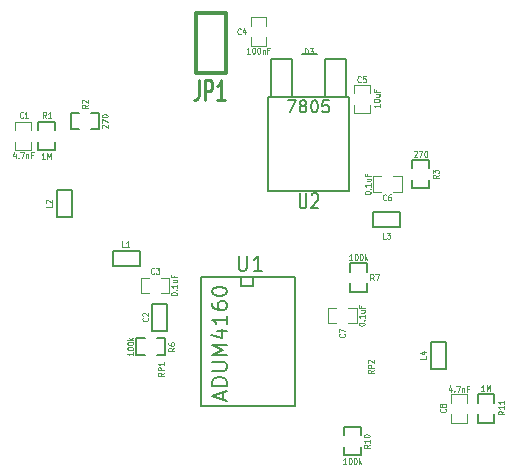
<source format=gto>
%FSLAX34Y34*%
G04 Gerber Fmt 3.4, Leading zero omitted, Abs format*
G04 (created by PCBNEW (2013-11-28 BZR 4510)-product) date Thu 15 May 2014 02:09:21 PM EDT*
%MOIN*%
G01*
G70*
G90*
G04 APERTURE LIST*
%ADD10C,0.005906*%
%ADD11C,0.005000*%
%ADD12C,0.008000*%
%ADD13C,0.004700*%
%ADD14C,0.012000*%
%ADD15C,0.004500*%
%ADD16C,0.010700*%
G04 APERTURE END LIST*
G54D10*
G54D11*
X78060Y-38060D02*
X78560Y-38060D01*
G54D12*
X74700Y-45500D02*
X77850Y-45500D01*
X77850Y-49800D02*
X74700Y-49800D01*
X77850Y-45500D02*
X77850Y-49800D01*
X74700Y-49800D02*
X74700Y-45500D01*
X76450Y-45500D02*
X76450Y-45800D01*
X76450Y-45800D02*
X76050Y-45800D01*
X76050Y-45800D02*
X76050Y-45500D01*
G54D11*
X77750Y-39480D02*
X77750Y-38230D01*
X77750Y-38230D02*
X77050Y-38230D01*
X77050Y-38230D02*
X77050Y-39480D01*
X79550Y-39480D02*
X79550Y-38230D01*
X79550Y-38230D02*
X78850Y-38230D01*
X78850Y-38230D02*
X78850Y-39480D01*
X76950Y-41880D02*
X76950Y-39480D01*
X76950Y-39480D02*
X79650Y-39480D01*
X79650Y-39480D02*
X79650Y-42580D01*
X79650Y-42630D02*
X76950Y-42630D01*
X76950Y-42580D02*
X76950Y-41880D01*
G54D13*
X69036Y-40603D02*
X69036Y-40328D01*
X69036Y-40997D02*
X69036Y-41272D01*
X68524Y-40603D02*
X68524Y-40328D01*
X68524Y-41272D02*
X68524Y-40997D01*
X68530Y-40328D02*
X69030Y-40328D01*
X69030Y-41272D02*
X68530Y-41272D01*
G54D11*
X73090Y-47300D02*
X73090Y-46400D01*
X73090Y-46400D02*
X73590Y-46400D01*
X73590Y-46400D02*
X73590Y-47300D01*
X73590Y-47300D02*
X73090Y-47300D01*
G54D13*
X72973Y-45514D02*
X72698Y-45514D01*
X73367Y-45514D02*
X73642Y-45514D01*
X72973Y-46026D02*
X72698Y-46026D01*
X73642Y-46026D02*
X73367Y-46026D01*
X72698Y-46020D02*
X72698Y-45520D01*
X73642Y-45520D02*
X73642Y-46020D01*
X76876Y-37113D02*
X76876Y-36838D01*
X76876Y-37507D02*
X76876Y-37782D01*
X76364Y-37113D02*
X76364Y-36838D01*
X76364Y-37782D02*
X76364Y-37507D01*
X76370Y-36838D02*
X76870Y-36838D01*
X76870Y-37782D02*
X76370Y-37782D01*
X80326Y-39373D02*
X80326Y-39098D01*
X80326Y-39767D02*
X80326Y-40042D01*
X79814Y-39373D02*
X79814Y-39098D01*
X79814Y-40042D02*
X79814Y-39767D01*
X79820Y-39098D02*
X80320Y-39098D01*
X80320Y-40042D02*
X79820Y-40042D01*
X81117Y-42656D02*
X81392Y-42656D01*
X80723Y-42656D02*
X80448Y-42656D01*
X81117Y-42144D02*
X81392Y-42144D01*
X80448Y-42144D02*
X80723Y-42144D01*
X81392Y-42150D02*
X81392Y-42650D01*
X80448Y-42650D02*
X80448Y-42150D01*
X79223Y-46524D02*
X78948Y-46524D01*
X79617Y-46524D02*
X79892Y-46524D01*
X79223Y-47036D02*
X78948Y-47036D01*
X79892Y-47036D02*
X79617Y-47036D01*
X78948Y-47030D02*
X78948Y-46530D01*
X79892Y-46530D02*
X79892Y-47030D01*
X83054Y-50077D02*
X83054Y-50352D01*
X83054Y-49683D02*
X83054Y-49408D01*
X83566Y-50077D02*
X83566Y-50352D01*
X83566Y-49408D02*
X83566Y-49683D01*
X83560Y-50352D02*
X83060Y-50352D01*
X83060Y-49408D02*
X83560Y-49408D01*
G54D11*
X72660Y-45120D02*
X71760Y-45120D01*
X71760Y-45120D02*
X71760Y-44620D01*
X71760Y-44620D02*
X72660Y-44620D01*
X72660Y-44620D02*
X72660Y-45120D01*
X69910Y-43500D02*
X69910Y-42600D01*
X69910Y-42600D02*
X70410Y-42600D01*
X70410Y-42600D02*
X70410Y-43500D01*
X70410Y-43500D02*
X69910Y-43500D01*
X80450Y-43325D02*
X81350Y-43325D01*
X81350Y-43325D02*
X81350Y-43825D01*
X81350Y-43825D02*
X80450Y-43825D01*
X80450Y-43825D02*
X80450Y-43325D01*
X82860Y-47650D02*
X82860Y-48550D01*
X82860Y-48550D02*
X82360Y-48550D01*
X82360Y-48550D02*
X82360Y-47650D01*
X82360Y-47650D02*
X82860Y-47650D01*
X69275Y-40997D02*
X69275Y-41275D01*
X69275Y-41275D02*
X69825Y-41275D01*
X69825Y-41275D02*
X69825Y-40997D01*
X69275Y-40325D02*
X69275Y-40603D01*
X69275Y-40325D02*
X69825Y-40325D01*
X69825Y-40325D02*
X69825Y-40603D01*
X71037Y-40575D02*
X71315Y-40575D01*
X71315Y-40575D02*
X71315Y-40025D01*
X71315Y-40025D02*
X71037Y-40025D01*
X70365Y-40575D02*
X70643Y-40575D01*
X70365Y-40575D02*
X70365Y-40025D01*
X70365Y-40025D02*
X70643Y-40025D01*
X82305Y-41873D02*
X82305Y-41595D01*
X82305Y-41595D02*
X81755Y-41595D01*
X81755Y-41595D02*
X81755Y-41873D01*
X82305Y-42545D02*
X82305Y-42267D01*
X82305Y-42545D02*
X81755Y-42545D01*
X81755Y-42545D02*
X81755Y-42267D01*
X72833Y-47535D02*
X72555Y-47535D01*
X72555Y-47535D02*
X72555Y-48085D01*
X72555Y-48085D02*
X72833Y-48085D01*
X73505Y-47535D02*
X73227Y-47535D01*
X73505Y-47535D02*
X73505Y-48085D01*
X73505Y-48085D02*
X73227Y-48085D01*
X80225Y-45313D02*
X80225Y-45035D01*
X80225Y-45035D02*
X79675Y-45035D01*
X79675Y-45035D02*
X79675Y-45313D01*
X80225Y-45985D02*
X80225Y-45707D01*
X80225Y-45985D02*
X79675Y-45985D01*
X79675Y-45985D02*
X79675Y-45707D01*
X79475Y-51167D02*
X79475Y-51445D01*
X79475Y-51445D02*
X80025Y-51445D01*
X80025Y-51445D02*
X80025Y-51167D01*
X79475Y-50495D02*
X79475Y-50773D01*
X79475Y-50495D02*
X80025Y-50495D01*
X80025Y-50495D02*
X80025Y-50773D01*
X84475Y-49683D02*
X84475Y-49405D01*
X84475Y-49405D02*
X83925Y-49405D01*
X83925Y-49405D02*
X83925Y-49683D01*
X84475Y-50355D02*
X84475Y-50077D01*
X84475Y-50355D02*
X83925Y-50355D01*
X83925Y-50355D02*
X83925Y-50077D01*
G54D14*
X74542Y-36710D02*
X75542Y-36710D01*
X75542Y-36710D02*
X75542Y-38710D01*
X75542Y-38710D02*
X74542Y-38710D01*
X74542Y-38710D02*
X74542Y-36710D01*
G54D15*
X78167Y-38070D02*
X78167Y-37870D01*
X78210Y-37870D01*
X78235Y-37880D01*
X78252Y-37899D01*
X78261Y-37918D01*
X78270Y-37956D01*
X78270Y-37984D01*
X78261Y-38022D01*
X78252Y-38041D01*
X78235Y-38060D01*
X78210Y-38070D01*
X78167Y-38070D01*
X78330Y-37870D02*
X78441Y-37870D01*
X78381Y-37946D01*
X78407Y-37946D01*
X78424Y-37956D01*
X78432Y-37965D01*
X78441Y-37984D01*
X78441Y-38032D01*
X78432Y-38051D01*
X78424Y-38060D01*
X78407Y-38070D01*
X78355Y-38070D01*
X78338Y-38060D01*
X78330Y-38051D01*
G54D11*
X75959Y-44786D02*
X75959Y-45190D01*
X75982Y-45238D01*
X76006Y-45262D01*
X76054Y-45286D01*
X76149Y-45286D01*
X76197Y-45262D01*
X76220Y-45238D01*
X76244Y-45190D01*
X76244Y-44786D01*
X76744Y-45286D02*
X76459Y-45286D01*
X76601Y-45286D02*
X76601Y-44786D01*
X76554Y-44857D01*
X76506Y-44905D01*
X76459Y-44929D01*
X75433Y-49569D02*
X75433Y-49330D01*
X75576Y-49616D02*
X75076Y-49450D01*
X75576Y-49283D01*
X75576Y-49116D02*
X75076Y-49116D01*
X75076Y-48997D01*
X75100Y-48926D01*
X75147Y-48878D01*
X75195Y-48854D01*
X75290Y-48830D01*
X75361Y-48830D01*
X75457Y-48854D01*
X75504Y-48878D01*
X75552Y-48926D01*
X75576Y-48997D01*
X75576Y-49116D01*
X75076Y-48616D02*
X75480Y-48616D01*
X75528Y-48592D01*
X75552Y-48569D01*
X75576Y-48521D01*
X75576Y-48426D01*
X75552Y-48378D01*
X75528Y-48354D01*
X75480Y-48330D01*
X75076Y-48330D01*
X75576Y-48092D02*
X75076Y-48092D01*
X75433Y-47926D01*
X75076Y-47759D01*
X75576Y-47759D01*
X75242Y-47307D02*
X75576Y-47307D01*
X75052Y-47426D02*
X75409Y-47545D01*
X75409Y-47235D01*
X75576Y-46783D02*
X75576Y-47069D01*
X75576Y-46926D02*
X75076Y-46926D01*
X75147Y-46973D01*
X75195Y-47021D01*
X75219Y-47069D01*
X75076Y-46354D02*
X75076Y-46450D01*
X75100Y-46497D01*
X75123Y-46521D01*
X75195Y-46569D01*
X75290Y-46592D01*
X75480Y-46592D01*
X75528Y-46569D01*
X75552Y-46545D01*
X75576Y-46497D01*
X75576Y-46402D01*
X75552Y-46354D01*
X75528Y-46330D01*
X75480Y-46307D01*
X75361Y-46307D01*
X75314Y-46330D01*
X75290Y-46354D01*
X75266Y-46402D01*
X75266Y-46497D01*
X75290Y-46545D01*
X75314Y-46569D01*
X75361Y-46592D01*
X75076Y-45997D02*
X75076Y-45950D01*
X75100Y-45902D01*
X75123Y-45878D01*
X75171Y-45854D01*
X75266Y-45830D01*
X75385Y-45830D01*
X75480Y-45854D01*
X75528Y-45878D01*
X75552Y-45902D01*
X75576Y-45950D01*
X75576Y-45997D01*
X75552Y-46045D01*
X75528Y-46069D01*
X75480Y-46092D01*
X75385Y-46116D01*
X75266Y-46116D01*
X75171Y-46092D01*
X75123Y-46069D01*
X75100Y-46045D01*
X75076Y-45997D01*
G54D12*
X77995Y-42706D02*
X77995Y-43110D01*
X78014Y-43158D01*
X78033Y-43182D01*
X78071Y-43206D01*
X78147Y-43206D01*
X78185Y-43182D01*
X78204Y-43158D01*
X78223Y-43110D01*
X78223Y-42706D01*
X78395Y-42753D02*
X78414Y-42730D01*
X78452Y-42706D01*
X78547Y-42706D01*
X78585Y-42730D01*
X78604Y-42753D01*
X78623Y-42801D01*
X78623Y-42849D01*
X78604Y-42920D01*
X78376Y-43206D01*
X78623Y-43206D01*
X77595Y-39610D02*
X77861Y-39610D01*
X77690Y-40010D01*
X78071Y-39782D02*
X78033Y-39763D01*
X78014Y-39744D01*
X77995Y-39706D01*
X77995Y-39687D01*
X78014Y-39649D01*
X78033Y-39630D01*
X78071Y-39610D01*
X78147Y-39610D01*
X78185Y-39630D01*
X78204Y-39649D01*
X78223Y-39687D01*
X78223Y-39706D01*
X78204Y-39744D01*
X78185Y-39763D01*
X78147Y-39782D01*
X78071Y-39782D01*
X78033Y-39801D01*
X78014Y-39820D01*
X77995Y-39858D01*
X77995Y-39934D01*
X78014Y-39972D01*
X78033Y-39991D01*
X78071Y-40010D01*
X78147Y-40010D01*
X78185Y-39991D01*
X78204Y-39972D01*
X78223Y-39934D01*
X78223Y-39858D01*
X78204Y-39820D01*
X78185Y-39801D01*
X78147Y-39782D01*
X78471Y-39610D02*
X78509Y-39610D01*
X78547Y-39630D01*
X78566Y-39649D01*
X78585Y-39687D01*
X78604Y-39763D01*
X78604Y-39858D01*
X78585Y-39934D01*
X78566Y-39972D01*
X78547Y-39991D01*
X78509Y-40010D01*
X78471Y-40010D01*
X78433Y-39991D01*
X78414Y-39972D01*
X78395Y-39934D01*
X78376Y-39858D01*
X78376Y-39763D01*
X78395Y-39687D01*
X78414Y-39649D01*
X78433Y-39630D01*
X78471Y-39610D01*
X78966Y-39610D02*
X78776Y-39610D01*
X78757Y-39801D01*
X78776Y-39782D01*
X78814Y-39763D01*
X78909Y-39763D01*
X78947Y-39782D01*
X78966Y-39801D01*
X78985Y-39839D01*
X78985Y-39934D01*
X78966Y-39972D01*
X78947Y-39991D01*
X78909Y-40010D01*
X78814Y-40010D01*
X78776Y-39991D01*
X78757Y-39972D01*
G54D15*
X73470Y-48690D02*
X73375Y-48750D01*
X73470Y-48792D02*
X73270Y-48792D01*
X73270Y-48724D01*
X73280Y-48707D01*
X73289Y-48698D01*
X73308Y-48690D01*
X73337Y-48690D01*
X73356Y-48698D01*
X73365Y-48707D01*
X73375Y-48724D01*
X73375Y-48792D01*
X73470Y-48612D02*
X73270Y-48612D01*
X73270Y-48544D01*
X73280Y-48527D01*
X73289Y-48518D01*
X73308Y-48510D01*
X73337Y-48510D01*
X73356Y-48518D01*
X73365Y-48527D01*
X73375Y-48544D01*
X73375Y-48612D01*
X73470Y-48338D02*
X73470Y-48441D01*
X73470Y-48390D02*
X73270Y-48390D01*
X73299Y-48407D01*
X73318Y-48424D01*
X73327Y-48441D01*
X80470Y-48600D02*
X80375Y-48660D01*
X80470Y-48702D02*
X80270Y-48702D01*
X80270Y-48634D01*
X80280Y-48617D01*
X80289Y-48608D01*
X80308Y-48600D01*
X80337Y-48600D01*
X80356Y-48608D01*
X80365Y-48617D01*
X80375Y-48634D01*
X80375Y-48702D01*
X80470Y-48522D02*
X80270Y-48522D01*
X80270Y-48454D01*
X80280Y-48437D01*
X80289Y-48428D01*
X80308Y-48420D01*
X80337Y-48420D01*
X80356Y-48428D01*
X80365Y-48437D01*
X80375Y-48454D01*
X80375Y-48522D01*
X80289Y-48351D02*
X80280Y-48342D01*
X80270Y-48325D01*
X80270Y-48282D01*
X80280Y-48265D01*
X80289Y-48257D01*
X80308Y-48248D01*
X80327Y-48248D01*
X80356Y-48257D01*
X80470Y-48360D01*
X80470Y-48248D01*
X68770Y-40171D02*
X68761Y-40180D01*
X68735Y-40190D01*
X68718Y-40190D01*
X68692Y-40180D01*
X68675Y-40161D01*
X68667Y-40142D01*
X68658Y-40104D01*
X68658Y-40076D01*
X68667Y-40038D01*
X68675Y-40019D01*
X68692Y-40000D01*
X68718Y-39990D01*
X68735Y-39990D01*
X68761Y-40000D01*
X68770Y-40009D01*
X68941Y-40190D02*
X68838Y-40190D01*
X68890Y-40190D02*
X68890Y-39990D01*
X68872Y-40019D01*
X68855Y-40038D01*
X68838Y-40047D01*
X68527Y-41407D02*
X68527Y-41540D01*
X68484Y-41330D02*
X68441Y-41473D01*
X68552Y-41473D01*
X68621Y-41521D02*
X68630Y-41530D01*
X68621Y-41540D01*
X68612Y-41530D01*
X68621Y-41521D01*
X68621Y-41540D01*
X68690Y-41340D02*
X68810Y-41340D01*
X68732Y-41540D01*
X68878Y-41407D02*
X68878Y-41540D01*
X68878Y-41426D02*
X68887Y-41416D01*
X68904Y-41407D01*
X68930Y-41407D01*
X68947Y-41416D01*
X68955Y-41435D01*
X68955Y-41540D01*
X69101Y-41435D02*
X69041Y-41435D01*
X69041Y-41540D02*
X69041Y-41340D01*
X69127Y-41340D01*
X72931Y-46860D02*
X72940Y-46868D01*
X72950Y-46894D01*
X72950Y-46911D01*
X72940Y-46937D01*
X72921Y-46954D01*
X72902Y-46962D01*
X72864Y-46971D01*
X72836Y-46971D01*
X72798Y-46962D01*
X72779Y-46954D01*
X72760Y-46937D01*
X72750Y-46911D01*
X72750Y-46894D01*
X72760Y-46868D01*
X72769Y-46860D01*
X72769Y-46791D02*
X72760Y-46782D01*
X72750Y-46765D01*
X72750Y-46722D01*
X72760Y-46705D01*
X72769Y-46697D01*
X72788Y-46688D01*
X72807Y-46688D01*
X72836Y-46697D01*
X72950Y-46800D01*
X72950Y-46688D01*
X73150Y-45371D02*
X73141Y-45380D01*
X73115Y-45390D01*
X73098Y-45390D01*
X73072Y-45380D01*
X73055Y-45361D01*
X73047Y-45342D01*
X73038Y-45304D01*
X73038Y-45276D01*
X73047Y-45238D01*
X73055Y-45219D01*
X73072Y-45200D01*
X73098Y-45190D01*
X73115Y-45190D01*
X73141Y-45200D01*
X73150Y-45209D01*
X73210Y-45190D02*
X73321Y-45190D01*
X73261Y-45266D01*
X73287Y-45266D01*
X73304Y-45276D01*
X73312Y-45285D01*
X73321Y-45304D01*
X73321Y-45352D01*
X73312Y-45371D01*
X73304Y-45380D01*
X73287Y-45390D01*
X73235Y-45390D01*
X73218Y-45380D01*
X73210Y-45371D01*
X73710Y-46065D02*
X73710Y-46048D01*
X73720Y-46031D01*
X73729Y-46022D01*
X73748Y-46014D01*
X73786Y-46005D01*
X73834Y-46005D01*
X73872Y-46014D01*
X73891Y-46022D01*
X73900Y-46031D01*
X73910Y-46048D01*
X73910Y-46065D01*
X73900Y-46082D01*
X73891Y-46091D01*
X73872Y-46100D01*
X73834Y-46108D01*
X73786Y-46108D01*
X73748Y-46100D01*
X73729Y-46091D01*
X73720Y-46082D01*
X73710Y-46065D01*
X73891Y-45928D02*
X73900Y-45919D01*
X73910Y-45928D01*
X73900Y-45937D01*
X73891Y-45928D01*
X73910Y-45928D01*
X73910Y-45748D02*
X73910Y-45851D01*
X73910Y-45800D02*
X73710Y-45800D01*
X73739Y-45817D01*
X73758Y-45834D01*
X73767Y-45851D01*
X73777Y-45594D02*
X73910Y-45594D01*
X73777Y-45671D02*
X73881Y-45671D01*
X73900Y-45662D01*
X73910Y-45645D01*
X73910Y-45619D01*
X73900Y-45602D01*
X73891Y-45594D01*
X73805Y-45448D02*
X73805Y-45508D01*
X73910Y-45508D02*
X73710Y-45508D01*
X73710Y-45422D01*
X76030Y-37391D02*
X76021Y-37400D01*
X75995Y-37410D01*
X75978Y-37410D01*
X75952Y-37400D01*
X75935Y-37381D01*
X75927Y-37362D01*
X75918Y-37324D01*
X75918Y-37296D01*
X75927Y-37258D01*
X75935Y-37239D01*
X75952Y-37220D01*
X75978Y-37210D01*
X75995Y-37210D01*
X76021Y-37220D01*
X76030Y-37229D01*
X76184Y-37277D02*
X76184Y-37410D01*
X76141Y-37200D02*
X76098Y-37343D01*
X76210Y-37343D01*
X76341Y-38050D02*
X76238Y-38050D01*
X76289Y-38050D02*
X76289Y-37850D01*
X76272Y-37879D01*
X76255Y-37898D01*
X76238Y-37907D01*
X76452Y-37850D02*
X76470Y-37850D01*
X76487Y-37860D01*
X76495Y-37869D01*
X76504Y-37888D01*
X76512Y-37926D01*
X76512Y-37974D01*
X76504Y-38012D01*
X76495Y-38031D01*
X76487Y-38040D01*
X76470Y-38050D01*
X76452Y-38050D01*
X76435Y-38040D01*
X76427Y-38031D01*
X76418Y-38012D01*
X76410Y-37974D01*
X76410Y-37926D01*
X76418Y-37888D01*
X76427Y-37869D01*
X76435Y-37860D01*
X76452Y-37850D01*
X76624Y-37850D02*
X76641Y-37850D01*
X76658Y-37860D01*
X76667Y-37869D01*
X76675Y-37888D01*
X76684Y-37926D01*
X76684Y-37974D01*
X76675Y-38012D01*
X76667Y-38031D01*
X76658Y-38040D01*
X76641Y-38050D01*
X76624Y-38050D01*
X76607Y-38040D01*
X76598Y-38031D01*
X76590Y-38012D01*
X76581Y-37974D01*
X76581Y-37926D01*
X76590Y-37888D01*
X76598Y-37869D01*
X76607Y-37860D01*
X76624Y-37850D01*
X76761Y-37917D02*
X76761Y-38050D01*
X76761Y-37936D02*
X76770Y-37926D01*
X76787Y-37917D01*
X76812Y-37917D01*
X76830Y-37926D01*
X76838Y-37945D01*
X76838Y-38050D01*
X76984Y-37945D02*
X76924Y-37945D01*
X76924Y-38050D02*
X76924Y-37850D01*
X77010Y-37850D01*
X80030Y-38981D02*
X80021Y-38990D01*
X79995Y-39000D01*
X79978Y-39000D01*
X79952Y-38990D01*
X79935Y-38971D01*
X79927Y-38952D01*
X79918Y-38914D01*
X79918Y-38886D01*
X79927Y-38848D01*
X79935Y-38829D01*
X79952Y-38810D01*
X79978Y-38800D01*
X79995Y-38800D01*
X80021Y-38810D01*
X80030Y-38819D01*
X80192Y-38800D02*
X80107Y-38800D01*
X80098Y-38895D01*
X80107Y-38886D01*
X80124Y-38876D01*
X80167Y-38876D01*
X80184Y-38886D01*
X80192Y-38895D01*
X80201Y-38914D01*
X80201Y-38962D01*
X80192Y-38981D01*
X80184Y-38990D01*
X80167Y-39000D01*
X80124Y-39000D01*
X80107Y-38990D01*
X80098Y-38981D01*
X80660Y-39732D02*
X80660Y-39835D01*
X80660Y-39784D02*
X80460Y-39784D01*
X80489Y-39801D01*
X80508Y-39818D01*
X80517Y-39835D01*
X80460Y-39621D02*
X80460Y-39604D01*
X80470Y-39587D01*
X80479Y-39578D01*
X80498Y-39570D01*
X80536Y-39561D01*
X80584Y-39561D01*
X80622Y-39570D01*
X80641Y-39578D01*
X80650Y-39587D01*
X80660Y-39604D01*
X80660Y-39621D01*
X80650Y-39638D01*
X80641Y-39647D01*
X80622Y-39655D01*
X80584Y-39664D01*
X80536Y-39664D01*
X80498Y-39655D01*
X80479Y-39647D01*
X80470Y-39638D01*
X80460Y-39621D01*
X80527Y-39407D02*
X80660Y-39407D01*
X80527Y-39484D02*
X80631Y-39484D01*
X80650Y-39475D01*
X80660Y-39458D01*
X80660Y-39432D01*
X80650Y-39415D01*
X80641Y-39407D01*
X80555Y-39261D02*
X80555Y-39321D01*
X80660Y-39321D02*
X80460Y-39321D01*
X80460Y-39235D01*
X80880Y-42921D02*
X80871Y-42930D01*
X80845Y-42940D01*
X80828Y-42940D01*
X80802Y-42930D01*
X80785Y-42911D01*
X80777Y-42892D01*
X80768Y-42854D01*
X80768Y-42826D01*
X80777Y-42788D01*
X80785Y-42769D01*
X80802Y-42750D01*
X80828Y-42740D01*
X80845Y-42740D01*
X80871Y-42750D01*
X80880Y-42759D01*
X81034Y-42740D02*
X81000Y-42740D01*
X80982Y-42750D01*
X80974Y-42759D01*
X80957Y-42788D01*
X80948Y-42826D01*
X80948Y-42902D01*
X80957Y-42921D01*
X80965Y-42930D01*
X80982Y-42940D01*
X81017Y-42940D01*
X81034Y-42930D01*
X81042Y-42921D01*
X81051Y-42902D01*
X81051Y-42854D01*
X81042Y-42835D01*
X81034Y-42826D01*
X81017Y-42816D01*
X80982Y-42816D01*
X80965Y-42826D01*
X80957Y-42835D01*
X80948Y-42854D01*
X80160Y-42695D02*
X80160Y-42678D01*
X80170Y-42661D01*
X80179Y-42652D01*
X80198Y-42644D01*
X80236Y-42635D01*
X80284Y-42635D01*
X80322Y-42644D01*
X80341Y-42652D01*
X80350Y-42661D01*
X80360Y-42678D01*
X80360Y-42695D01*
X80350Y-42712D01*
X80341Y-42721D01*
X80322Y-42730D01*
X80284Y-42738D01*
X80236Y-42738D01*
X80198Y-42730D01*
X80179Y-42721D01*
X80170Y-42712D01*
X80160Y-42695D01*
X80341Y-42558D02*
X80350Y-42549D01*
X80360Y-42558D01*
X80350Y-42567D01*
X80341Y-42558D01*
X80360Y-42558D01*
X80360Y-42378D02*
X80360Y-42481D01*
X80360Y-42430D02*
X80160Y-42430D01*
X80189Y-42447D01*
X80208Y-42464D01*
X80217Y-42481D01*
X80227Y-42224D02*
X80360Y-42224D01*
X80227Y-42301D02*
X80331Y-42301D01*
X80350Y-42292D01*
X80360Y-42275D01*
X80360Y-42249D01*
X80350Y-42232D01*
X80341Y-42224D01*
X80255Y-42078D02*
X80255Y-42138D01*
X80360Y-42138D02*
X80160Y-42138D01*
X80160Y-42052D01*
X79491Y-47400D02*
X79500Y-47408D01*
X79510Y-47434D01*
X79510Y-47451D01*
X79500Y-47477D01*
X79481Y-47494D01*
X79462Y-47502D01*
X79424Y-47511D01*
X79396Y-47511D01*
X79358Y-47502D01*
X79339Y-47494D01*
X79320Y-47477D01*
X79310Y-47451D01*
X79310Y-47434D01*
X79320Y-47408D01*
X79329Y-47400D01*
X79310Y-47340D02*
X79310Y-47220D01*
X79510Y-47297D01*
X79960Y-47075D02*
X79960Y-47058D01*
X79970Y-47041D01*
X79979Y-47032D01*
X79998Y-47024D01*
X80036Y-47015D01*
X80084Y-47015D01*
X80122Y-47024D01*
X80141Y-47032D01*
X80150Y-47041D01*
X80160Y-47058D01*
X80160Y-47075D01*
X80150Y-47092D01*
X80141Y-47101D01*
X80122Y-47110D01*
X80084Y-47118D01*
X80036Y-47118D01*
X79998Y-47110D01*
X79979Y-47101D01*
X79970Y-47092D01*
X79960Y-47075D01*
X80141Y-46938D02*
X80150Y-46929D01*
X80160Y-46938D01*
X80150Y-46947D01*
X80141Y-46938D01*
X80160Y-46938D01*
X80160Y-46758D02*
X80160Y-46861D01*
X80160Y-46810D02*
X79960Y-46810D01*
X79989Y-46827D01*
X80008Y-46844D01*
X80017Y-46861D01*
X80027Y-46604D02*
X80160Y-46604D01*
X80027Y-46681D02*
X80131Y-46681D01*
X80150Y-46672D01*
X80160Y-46655D01*
X80160Y-46629D01*
X80150Y-46612D01*
X80141Y-46604D01*
X80055Y-46458D02*
X80055Y-46518D01*
X80160Y-46518D02*
X79960Y-46518D01*
X79960Y-46432D01*
X82851Y-49900D02*
X82860Y-49908D01*
X82870Y-49934D01*
X82870Y-49951D01*
X82860Y-49977D01*
X82841Y-49994D01*
X82822Y-50002D01*
X82784Y-50011D01*
X82756Y-50011D01*
X82718Y-50002D01*
X82699Y-49994D01*
X82680Y-49977D01*
X82670Y-49951D01*
X82670Y-49934D01*
X82680Y-49908D01*
X82689Y-49900D01*
X82756Y-49797D02*
X82746Y-49814D01*
X82737Y-49822D01*
X82718Y-49831D01*
X82708Y-49831D01*
X82689Y-49822D01*
X82680Y-49814D01*
X82670Y-49797D01*
X82670Y-49762D01*
X82680Y-49745D01*
X82689Y-49737D01*
X82708Y-49728D01*
X82718Y-49728D01*
X82737Y-49737D01*
X82746Y-49745D01*
X82756Y-49762D01*
X82756Y-49797D01*
X82765Y-49814D01*
X82775Y-49822D01*
X82794Y-49831D01*
X82832Y-49831D01*
X82851Y-49822D01*
X82860Y-49814D01*
X82870Y-49797D01*
X82870Y-49762D01*
X82860Y-49745D01*
X82851Y-49737D01*
X82832Y-49728D01*
X82794Y-49728D01*
X82775Y-49737D01*
X82765Y-49745D01*
X82756Y-49762D01*
X83057Y-49187D02*
X83057Y-49320D01*
X83014Y-49110D02*
X82971Y-49253D01*
X83082Y-49253D01*
X83151Y-49301D02*
X83160Y-49310D01*
X83151Y-49320D01*
X83142Y-49310D01*
X83151Y-49301D01*
X83151Y-49320D01*
X83220Y-49120D02*
X83340Y-49120D01*
X83262Y-49320D01*
X83408Y-49187D02*
X83408Y-49320D01*
X83408Y-49206D02*
X83417Y-49196D01*
X83434Y-49187D01*
X83460Y-49187D01*
X83477Y-49196D01*
X83485Y-49215D01*
X83485Y-49320D01*
X83631Y-49215D02*
X83571Y-49215D01*
X83571Y-49320D02*
X83571Y-49120D01*
X83657Y-49120D01*
X72170Y-44490D02*
X72084Y-44490D01*
X72084Y-44290D01*
X72324Y-44490D02*
X72221Y-44490D01*
X72272Y-44490D02*
X72272Y-44290D01*
X72255Y-44319D01*
X72238Y-44338D01*
X72221Y-44347D01*
X69730Y-43070D02*
X69730Y-43155D01*
X69530Y-43155D01*
X69549Y-43018D02*
X69540Y-43010D01*
X69530Y-42992D01*
X69530Y-42950D01*
X69540Y-42932D01*
X69549Y-42924D01*
X69568Y-42915D01*
X69587Y-42915D01*
X69616Y-42924D01*
X69730Y-43027D01*
X69730Y-42915D01*
X80860Y-44220D02*
X80774Y-44220D01*
X80774Y-44020D01*
X80902Y-44020D02*
X81014Y-44020D01*
X80954Y-44096D01*
X80980Y-44096D01*
X80997Y-44106D01*
X81005Y-44115D01*
X81014Y-44134D01*
X81014Y-44182D01*
X81005Y-44201D01*
X80997Y-44210D01*
X80980Y-44220D01*
X80928Y-44220D01*
X80911Y-44210D01*
X80902Y-44201D01*
X82210Y-48130D02*
X82210Y-48215D01*
X82010Y-48215D01*
X82077Y-47992D02*
X82210Y-47992D01*
X82000Y-48035D02*
X82143Y-48078D01*
X82143Y-47967D01*
X69550Y-40189D02*
X69490Y-40095D01*
X69447Y-40189D02*
X69447Y-39992D01*
X69515Y-39992D01*
X69532Y-40001D01*
X69541Y-40010D01*
X69550Y-40029D01*
X69550Y-40057D01*
X69541Y-40076D01*
X69532Y-40085D01*
X69515Y-40095D01*
X69447Y-40095D01*
X69721Y-40189D02*
X69618Y-40189D01*
X69670Y-40189D02*
X69670Y-39992D01*
X69652Y-40020D01*
X69635Y-40039D01*
X69618Y-40048D01*
X69498Y-41559D02*
X69395Y-41559D01*
X69447Y-41559D02*
X69447Y-41359D01*
X69430Y-41388D01*
X69412Y-41407D01*
X69395Y-41416D01*
X69575Y-41559D02*
X69575Y-41359D01*
X69635Y-41502D01*
X69695Y-41359D01*
X69695Y-41559D01*
X70929Y-39760D02*
X70835Y-39820D01*
X70929Y-39862D02*
X70732Y-39862D01*
X70732Y-39794D01*
X70741Y-39777D01*
X70750Y-39768D01*
X70769Y-39760D01*
X70797Y-39760D01*
X70816Y-39768D01*
X70825Y-39777D01*
X70835Y-39794D01*
X70835Y-39862D01*
X70750Y-39691D02*
X70741Y-39682D01*
X70732Y-39665D01*
X70732Y-39622D01*
X70741Y-39605D01*
X70750Y-39597D01*
X70769Y-39588D01*
X70788Y-39588D01*
X70816Y-39597D01*
X70929Y-39700D01*
X70929Y-39588D01*
X71418Y-40522D02*
X71409Y-40514D01*
X71399Y-40497D01*
X71399Y-40454D01*
X71409Y-40437D01*
X71418Y-40428D01*
X71437Y-40420D01*
X71456Y-40420D01*
X71485Y-40428D01*
X71599Y-40531D01*
X71599Y-40420D01*
X71399Y-40360D02*
X71399Y-40240D01*
X71599Y-40317D01*
X71399Y-40137D02*
X71399Y-40119D01*
X71409Y-40102D01*
X71418Y-40094D01*
X71437Y-40085D01*
X71475Y-40077D01*
X71523Y-40077D01*
X71561Y-40085D01*
X71580Y-40094D01*
X71589Y-40102D01*
X71599Y-40119D01*
X71599Y-40137D01*
X71589Y-40154D01*
X71580Y-40162D01*
X71561Y-40171D01*
X71523Y-40179D01*
X71475Y-40179D01*
X71437Y-40171D01*
X71418Y-40162D01*
X71409Y-40154D01*
X71399Y-40137D01*
X82629Y-42100D02*
X82535Y-42160D01*
X82629Y-42202D02*
X82432Y-42202D01*
X82432Y-42134D01*
X82441Y-42117D01*
X82450Y-42108D01*
X82469Y-42100D01*
X82497Y-42100D01*
X82516Y-42108D01*
X82525Y-42117D01*
X82535Y-42134D01*
X82535Y-42202D01*
X82432Y-42040D02*
X82432Y-41928D01*
X82507Y-41988D01*
X82507Y-41962D01*
X82516Y-41945D01*
X82525Y-41937D01*
X82544Y-41928D01*
X82591Y-41928D01*
X82610Y-41937D01*
X82619Y-41945D01*
X82629Y-41962D01*
X82629Y-42014D01*
X82619Y-42031D01*
X82610Y-42040D01*
X81807Y-41310D02*
X81815Y-41301D01*
X81832Y-41291D01*
X81875Y-41291D01*
X81892Y-41301D01*
X81901Y-41310D01*
X81910Y-41329D01*
X81910Y-41348D01*
X81901Y-41377D01*
X81798Y-41491D01*
X81910Y-41491D01*
X81970Y-41291D02*
X82090Y-41291D01*
X82012Y-41491D01*
X82192Y-41291D02*
X82210Y-41291D01*
X82227Y-41301D01*
X82235Y-41310D01*
X82244Y-41329D01*
X82252Y-41367D01*
X82252Y-41415D01*
X82244Y-41453D01*
X82235Y-41472D01*
X82227Y-41481D01*
X82210Y-41491D01*
X82192Y-41491D01*
X82175Y-41481D01*
X82167Y-41472D01*
X82158Y-41453D01*
X82150Y-41415D01*
X82150Y-41367D01*
X82158Y-41329D01*
X82167Y-41310D01*
X82175Y-41301D01*
X82192Y-41291D01*
X73819Y-47850D02*
X73725Y-47910D01*
X73819Y-47952D02*
X73622Y-47952D01*
X73622Y-47884D01*
X73631Y-47867D01*
X73640Y-47858D01*
X73659Y-47850D01*
X73687Y-47850D01*
X73706Y-47858D01*
X73715Y-47867D01*
X73725Y-47884D01*
X73725Y-47952D01*
X73622Y-47695D02*
X73622Y-47730D01*
X73631Y-47747D01*
X73640Y-47755D01*
X73669Y-47772D01*
X73706Y-47781D01*
X73781Y-47781D01*
X73800Y-47772D01*
X73809Y-47764D01*
X73819Y-47747D01*
X73819Y-47712D01*
X73809Y-47695D01*
X73800Y-47687D01*
X73781Y-47678D01*
X73734Y-47678D01*
X73715Y-47687D01*
X73706Y-47695D01*
X73697Y-47712D01*
X73697Y-47747D01*
X73706Y-47764D01*
X73715Y-47772D01*
X73734Y-47781D01*
X72451Y-48002D02*
X72451Y-48105D01*
X72451Y-48054D02*
X72251Y-48054D01*
X72280Y-48071D01*
X72299Y-48088D01*
X72308Y-48105D01*
X72251Y-47891D02*
X72251Y-47874D01*
X72261Y-47857D01*
X72270Y-47848D01*
X72289Y-47840D01*
X72327Y-47831D01*
X72375Y-47831D01*
X72413Y-47840D01*
X72432Y-47848D01*
X72441Y-47857D01*
X72451Y-47874D01*
X72451Y-47891D01*
X72441Y-47908D01*
X72432Y-47917D01*
X72413Y-47925D01*
X72375Y-47934D01*
X72327Y-47934D01*
X72289Y-47925D01*
X72270Y-47917D01*
X72261Y-47908D01*
X72251Y-47891D01*
X72251Y-47719D02*
X72251Y-47702D01*
X72261Y-47685D01*
X72270Y-47677D01*
X72289Y-47668D01*
X72327Y-47659D01*
X72375Y-47659D01*
X72413Y-47668D01*
X72432Y-47677D01*
X72441Y-47685D01*
X72451Y-47702D01*
X72451Y-47719D01*
X72441Y-47737D01*
X72432Y-47745D01*
X72413Y-47754D01*
X72375Y-47762D01*
X72327Y-47762D01*
X72289Y-47754D01*
X72270Y-47745D01*
X72261Y-47737D01*
X72251Y-47719D01*
X72451Y-47582D02*
X72251Y-47582D01*
X72375Y-47565D02*
X72451Y-47514D01*
X72318Y-47514D02*
X72394Y-47582D01*
X80460Y-45609D02*
X80400Y-45515D01*
X80357Y-45609D02*
X80357Y-45412D01*
X80425Y-45412D01*
X80442Y-45421D01*
X80451Y-45430D01*
X80460Y-45449D01*
X80460Y-45477D01*
X80451Y-45496D01*
X80442Y-45505D01*
X80425Y-45515D01*
X80357Y-45515D01*
X80520Y-45412D02*
X80640Y-45412D01*
X80562Y-45609D01*
X79757Y-44931D02*
X79654Y-44931D01*
X79705Y-44931D02*
X79705Y-44731D01*
X79688Y-44760D01*
X79671Y-44779D01*
X79654Y-44788D01*
X79868Y-44731D02*
X79885Y-44731D01*
X79902Y-44741D01*
X79911Y-44750D01*
X79920Y-44769D01*
X79928Y-44807D01*
X79928Y-44855D01*
X79920Y-44893D01*
X79911Y-44912D01*
X79902Y-44921D01*
X79885Y-44931D01*
X79868Y-44931D01*
X79851Y-44921D01*
X79842Y-44912D01*
X79834Y-44893D01*
X79825Y-44855D01*
X79825Y-44807D01*
X79834Y-44769D01*
X79842Y-44750D01*
X79851Y-44741D01*
X79868Y-44731D01*
X80040Y-44731D02*
X80057Y-44731D01*
X80074Y-44741D01*
X80082Y-44750D01*
X80091Y-44769D01*
X80100Y-44807D01*
X80100Y-44855D01*
X80091Y-44893D01*
X80082Y-44912D01*
X80074Y-44921D01*
X80057Y-44931D01*
X80040Y-44931D01*
X80022Y-44921D01*
X80014Y-44912D01*
X80005Y-44893D01*
X79997Y-44855D01*
X79997Y-44807D01*
X80005Y-44769D01*
X80014Y-44750D01*
X80022Y-44741D01*
X80040Y-44731D01*
X80177Y-44931D02*
X80177Y-44731D01*
X80194Y-44855D02*
X80245Y-44931D01*
X80245Y-44798D02*
X80177Y-44874D01*
X80329Y-51085D02*
X80235Y-51145D01*
X80329Y-51188D02*
X80132Y-51188D01*
X80132Y-51120D01*
X80141Y-51102D01*
X80150Y-51094D01*
X80169Y-51085D01*
X80197Y-51085D01*
X80216Y-51094D01*
X80225Y-51102D01*
X80235Y-51120D01*
X80235Y-51188D01*
X80329Y-50914D02*
X80329Y-51017D01*
X80329Y-50965D02*
X80132Y-50965D01*
X80160Y-50982D01*
X80179Y-51000D01*
X80188Y-51017D01*
X80132Y-50802D02*
X80132Y-50785D01*
X80141Y-50768D01*
X80150Y-50760D01*
X80169Y-50751D01*
X80207Y-50742D01*
X80254Y-50742D01*
X80291Y-50751D01*
X80310Y-50760D01*
X80319Y-50768D01*
X80329Y-50785D01*
X80329Y-50802D01*
X80319Y-50820D01*
X80310Y-50828D01*
X80291Y-50837D01*
X80254Y-50845D01*
X80207Y-50845D01*
X80169Y-50837D01*
X80150Y-50828D01*
X80141Y-50820D01*
X80132Y-50802D01*
X79557Y-51729D02*
X79454Y-51729D01*
X79505Y-51729D02*
X79505Y-51529D01*
X79488Y-51558D01*
X79471Y-51577D01*
X79454Y-51586D01*
X79668Y-51529D02*
X79685Y-51529D01*
X79702Y-51539D01*
X79711Y-51548D01*
X79720Y-51567D01*
X79728Y-51605D01*
X79728Y-51653D01*
X79720Y-51691D01*
X79711Y-51710D01*
X79702Y-51719D01*
X79685Y-51729D01*
X79668Y-51729D01*
X79651Y-51719D01*
X79642Y-51710D01*
X79634Y-51691D01*
X79625Y-51653D01*
X79625Y-51605D01*
X79634Y-51567D01*
X79642Y-51548D01*
X79651Y-51539D01*
X79668Y-51529D01*
X79840Y-51529D02*
X79857Y-51529D01*
X79874Y-51539D01*
X79882Y-51548D01*
X79891Y-51567D01*
X79900Y-51605D01*
X79900Y-51653D01*
X79891Y-51691D01*
X79882Y-51710D01*
X79874Y-51719D01*
X79857Y-51729D01*
X79840Y-51729D01*
X79822Y-51719D01*
X79814Y-51710D01*
X79805Y-51691D01*
X79797Y-51653D01*
X79797Y-51605D01*
X79805Y-51567D01*
X79814Y-51548D01*
X79822Y-51539D01*
X79840Y-51529D01*
X79977Y-51729D02*
X79977Y-51529D01*
X79994Y-51653D02*
X80045Y-51729D01*
X80045Y-51596D02*
X79977Y-51672D01*
X84819Y-49965D02*
X84725Y-50025D01*
X84819Y-50068D02*
X84622Y-50068D01*
X84622Y-50000D01*
X84631Y-49982D01*
X84640Y-49974D01*
X84659Y-49965D01*
X84687Y-49965D01*
X84706Y-49974D01*
X84715Y-49982D01*
X84725Y-50000D01*
X84725Y-50068D01*
X84819Y-49794D02*
X84819Y-49897D01*
X84819Y-49845D02*
X84622Y-49845D01*
X84650Y-49862D01*
X84669Y-49880D01*
X84678Y-49897D01*
X84819Y-49622D02*
X84819Y-49725D01*
X84819Y-49674D02*
X84622Y-49674D01*
X84650Y-49691D01*
X84669Y-49708D01*
X84678Y-49725D01*
X84148Y-49301D02*
X84045Y-49301D01*
X84097Y-49301D02*
X84097Y-49101D01*
X84080Y-49130D01*
X84062Y-49149D01*
X84045Y-49158D01*
X84225Y-49301D02*
X84225Y-49101D01*
X84285Y-49244D01*
X84345Y-49101D01*
X84345Y-49301D01*
G54D16*
X74641Y-38931D02*
X74641Y-39417D01*
X74620Y-39514D01*
X74580Y-39579D01*
X74519Y-39612D01*
X74478Y-39612D01*
X74845Y-39612D02*
X74845Y-38931D01*
X75008Y-38931D01*
X75048Y-38963D01*
X75069Y-38995D01*
X75089Y-39060D01*
X75089Y-39158D01*
X75069Y-39222D01*
X75048Y-39255D01*
X75008Y-39287D01*
X74845Y-39287D01*
X75497Y-39612D02*
X75252Y-39612D01*
X75375Y-39612D02*
X75375Y-38931D01*
X75334Y-39028D01*
X75293Y-39093D01*
X75252Y-39125D01*
G54D14*
M02*

</source>
